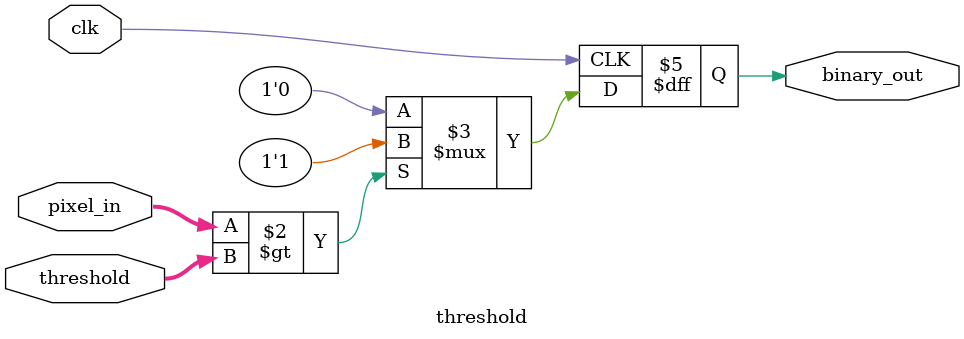
<source format=v>
/*module threshold(
    input wire clk,
    input wire [7:0] pixel_in,
    output reg binary_out
);

initial begin
    binary_out = 0;  // Ensure known startup state
end

always @(posedge clk) begin
    // Default to 0 every cycle to prevent latch/inferred 'x'
    binary_out <= 0;

    // Simple threshold logic: pixel > 127 ⇒ white (1)
    if (pixel_in > 8'd127)
        binary_out <= 1;
end

endmodule*/

module threshold(
    input wire clk,
    input wire [7:0] pixel_in,
    input wire [7:0] threshold,
    output reg binary_out
);
initial begin
    $dumpfile("waveform.vcd");
    $dumpvars(1, clk);           // dump clock signal
    $dumpvars(1, pixel_in);      // input pixel
    $dumpvars(1, threshold);     // threshold register
    $dumpvars(1, binary_out);    // output
end

always @(posedge clk) begin
    binary_out <= (pixel_in > threshold) ? 1'b1 : 1'b0;
end




endmodule


</source>
